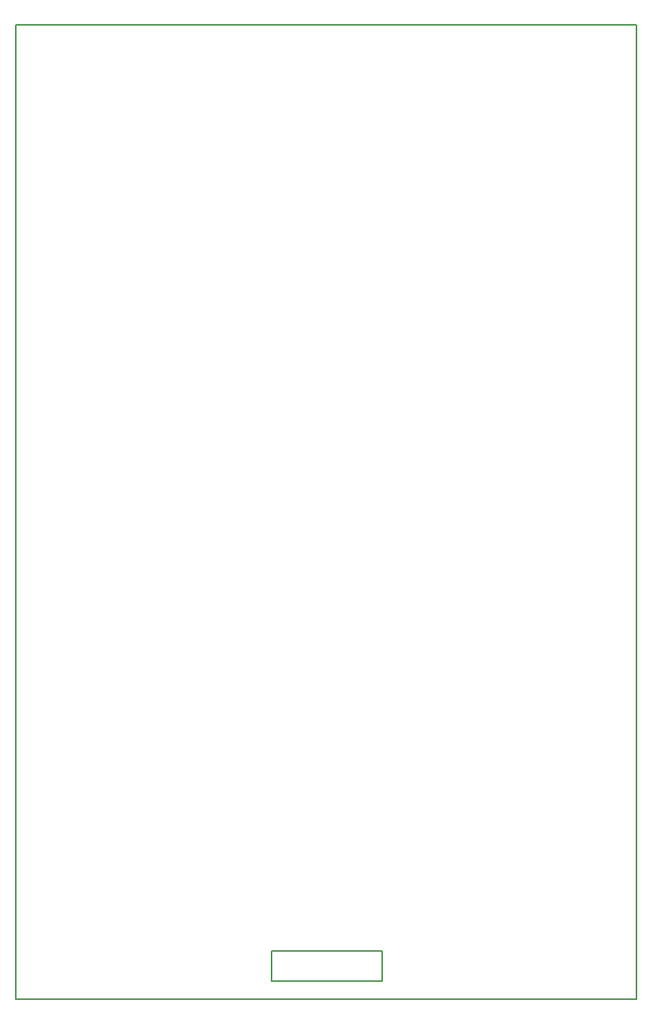
<source format=gbr>
G04 DipTrace 2.3.0.1*
%INBoardOutline.gbr*%
%MOIN*%
%ADD11C,0.0055*%
%FSLAX44Y44*%
G04*
G70*
G90*
G75*
G01*
%LNBoardOutline*%
%LPD*%
X0Y0D2*
D11*
Y43110D1*
X27500D1*
Y0D1*
X0D1*
X11323Y2126D2*
X16217D1*
Y807D1*
X11323D1*
Y2126D1*
M02*

</source>
